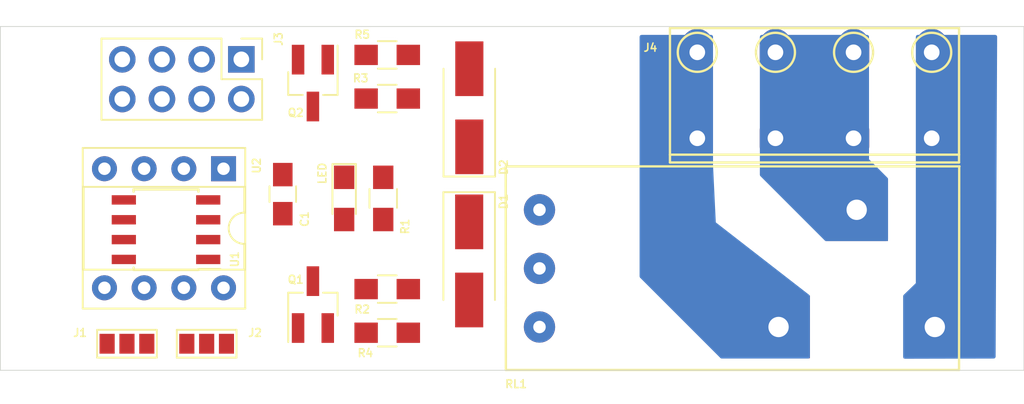
<source format=kicad_pcb>
(kicad_pcb (version 20171130) (host pcbnew "(5.1.9)-1")

  (general
    (thickness 1.6)
    (drawings 7)
    (tracks 0)
    (zones 0)
    (modules 18)
    (nets 21)
  )

  (page A4)
  (layers
    (0 F.Cu signal)
    (31 B.Cu signal)
    (32 B.Adhes user)
    (33 F.Adhes user)
    (34 B.Paste user)
    (35 F.Paste user)
    (36 B.SilkS user)
    (37 F.SilkS user)
    (38 B.Mask user hide)
    (39 F.Mask user hide)
    (40 Dwgs.User user)
    (41 Cmts.User user)
    (42 Eco1.User user)
    (43 Eco2.User user)
    (44 Edge.Cuts user)
    (45 Margin user)
    (46 B.CrtYd user)
    (47 F.CrtYd user)
    (48 B.Fab user)
    (49 F.Fab user)
  )

  (setup
    (last_trace_width 0.25)
    (trace_clearance 0.2)
    (zone_clearance 0.508)
    (zone_45_only no)
    (trace_min 0.2)
    (via_size 0.8)
    (via_drill 0.4)
    (via_min_size 0.4)
    (via_min_drill 0.3)
    (uvia_size 0.3)
    (uvia_drill 0.1)
    (uvias_allowed no)
    (uvia_min_size 0.2)
    (uvia_min_drill 0.1)
    (edge_width 0.05)
    (segment_width 0.2)
    (pcb_text_width 0.3)
    (pcb_text_size 1.5 1.5)
    (mod_edge_width 0.12)
    (mod_text_size 1 1)
    (mod_text_width 0.15)
    (pad_size 1.524 1.524)
    (pad_drill 0.762)
    (pad_to_mask_clearance 0)
    (aux_axis_origin 0 0)
    (visible_elements 7FFFFFFF)
    (pcbplotparams
      (layerselection 0x010fc_ffffffff)
      (usegerberextensions false)
      (usegerberattributes true)
      (usegerberadvancedattributes true)
      (creategerberjobfile true)
      (excludeedgelayer true)
      (linewidth 0.100000)
      (plotframeref false)
      (viasonmask false)
      (mode 1)
      (useauxorigin false)
      (hpglpennumber 1)
      (hpglpenspeed 20)
      (hpglpendiameter 15.000000)
      (psnegative false)
      (psa4output false)
      (plotreference true)
      (plotvalue true)
      (plotinvisibletext false)
      (padsonsilk false)
      (subtractmaskfromsilk false)
      (outputformat 1)
      (mirror false)
      (drillshape 0)
      (scaleselection 1)
      (outputdirectory "Gerber/"))
  )

  (net 0 "")
  (net 1 +3V3)
  (net 2 GND)
  (net 3 +12V)
  (net 4 /R_L1)
  (net 5 /R_L2)
  (net 6 /L1/SDA)
  (net 7 "Net-(J1-Pad2)")
  (net 8 /L1)
  (net 9 /L2/SCL)
  (net 10 "Net-(J2-Pad2)")
  (net 11 /L2)
  (net 12 /#RESET)
  (net 13 "Net-(J3-Pad4)")
  (net 14 /R_NC)
  (net 15 /R_COM)
  (net 16 /R_NO)
  (net 17 "Net-(LED1-Pad1)")
  (net 18 "Net-(Q1-Pad1)")
  (net 19 "Net-(Q2-Pad1)")
  (net 20 /LED_PWM)

  (net_class Default "This is the default net class."
    (clearance 0.2)
    (trace_width 0.25)
    (via_dia 0.8)
    (via_drill 0.4)
    (uvia_dia 0.3)
    (uvia_drill 0.1)
    (add_net +12V)
    (add_net +3V3)
    (add_net /#RESET)
    (add_net /L1)
    (add_net /L1/SDA)
    (add_net /L2)
    (add_net /L2/SCL)
    (add_net /LED_PWM)
    (add_net /R_COM)
    (add_net /R_L1)
    (add_net /R_L2)
    (add_net /R_NC)
    (add_net /R_NO)
    (add_net GND)
    (add_net "Net-(J1-Pad2)")
    (add_net "Net-(J2-Pad2)")
    (add_net "Net-(J3-Pad4)")
    (add_net "Net-(LED1-Pad1)")
    (add_net "Net-(Q1-Pad1)")
    (add_net "Net-(Q2-Pad1)")
  )

  (module 000-local-footprint:HFE20-1_DPST_Double_Coil_Bistable (layer F.Cu) (tedit 6006A1B8) (tstamp 5FF9DC8E)
    (at 84.5 65.478)
    (path /58F2BEAA)
    (fp_text reference RL1 (at -1.5 7.4 180) (layer F.SilkS)
      (effects (font (size 0.5 0.5) (thickness 0.1)))
    )
    (fp_text value HFE20-1-x-1Z-L2 (at 9.5 7.85 180) (layer F.Fab)
      (effects (font (size 1 1) (thickness 0.15)))
    )
    (fp_line (start -2.15 6.5) (end -2.16 -6.51) (layer F.SilkS) (width 0.15))
    (fp_line (start -2.15 6.5) (end 26.85 6.5) (layer F.SilkS) (width 0.15))
    (fp_line (start 26.86 -6.52) (end 26.85 6.5) (layer F.SilkS) (width 0.15))
    (fp_line (start -2.15 -6.53) (end 26.88 -6.53) (layer F.SilkS) (width 0.15))
    (pad 3 thru_hole rect (at 20.3 -3.75) (size 4 4) (drill 1.3) (layers *.Cu *.Mask)
      (net 15 /R_COM))
    (pad 4 thru_hole rect (at 25.3 3.75) (size 4 4) (drill 1.3) (layers *.Cu *.Mask)
      (net 16 /R_NO))
    (pad 2 thru_hole circle (at 0 -3.75) (size 2 2) (drill 0.8) (layers *.Cu *.Mask)
      (net 5 /R_L2))
    (pad 5 thru_hole circle (at 0 0) (size 2 2) (drill 0.8) (layers *.Cu *.Mask)
      (net 3 +12V))
    (pad 1 thru_hole circle (at 0 3.75) (size 2 2) (drill 0.8) (layers *.Cu *.Mask)
      (net 4 /R_L1))
    (pad 6 thru_hole rect (at 15.3 3.75) (size 4 4) (drill 1.3) (layers *.Cu *.Mask)
      (net 14 /R_NC))
  )

  (module 000-local-footprint:SR21504VBNC (layer F.Cu) (tedit 58F3F080) (tstamp 6006D0B8)
    (at 109.6 57.15 180)
    (path /58F2855C)
    (fp_text reference J4 (at 18 5.8) (layer F.SilkS)
      (effects (font (size 0.5 0.5) (thickness 0.1)))
    )
    (fp_text value CONN_01X04 (at 3.5 8) (layer F.Fab)
      (effects (font (size 1 1) (thickness 0.15)))
    )
    (fp_circle (center 15 5.5) (end 15 6.75) (layer F.SilkS) (width 0.15))
    (fp_circle (center 10 5.5) (end 10 6.75) (layer F.SilkS) (width 0.15))
    (fp_circle (center 5 5.5) (end 5 6.75) (layer F.SilkS) (width 0.15))
    (fp_circle (center 0 5.5) (end 0 6.75) (layer F.SilkS) (width 0.15))
    (fp_line (start -1.75 -1.05) (end 16.75 -1.05) (layer F.SilkS) (width 0.15))
    (fp_line (start 16.75 -1.55) (end 16.75 7.05) (layer F.SilkS) (width 0.15))
    (fp_line (start -1.75 -1.55) (end -1.75 7.05) (layer F.SilkS) (width 0.15))
    (fp_line (start -1.75 -1.55) (end 16.75 -1.55) (layer F.SilkS) (width 0.15))
    (fp_line (start -1.75 7.05) (end 16.75 7.05) (layer F.SilkS) (width 0.15))
    (pad 4 thru_hole oval (at 15 0 180) (size 2 3) (drill 1) (layers *.Cu *.Mask)
      (net 14 /R_NC))
    (pad 3 thru_hole oval (at 10 0 180) (size 2 3) (drill 1) (layers *.Cu *.Mask)
      (net 15 /R_COM))
    (pad 2 thru_hole oval (at 5 0 180) (size 2 3) (drill 1) (layers *.Cu *.Mask)
      (net 15 /R_COM))
    (pad 1 thru_hole oval (at 0 5.5 180) (size 2 3) (drill 1) (layers *.Cu *.Mask)
      (net 16 /R_NO))
    (pad 1 thru_hole oval (at 0 0 180) (size 2 3) (drill 1) (layers *.Cu *.Mask)
      (net 16 /R_NO))
    (pad 2 thru_hole oval (at 5 5.5 180) (size 2 3) (drill 1) (layers *.Cu *.Mask)
      (net 15 /R_COM))
    (pad 3 thru_hole oval (at 10 5.5 180) (size 2 3) (drill 1) (layers *.Cu *.Mask)
      (net 15 /R_COM))
    (pad 4 thru_hole oval (at 15 5.5 180) (size 2 3) (drill 1) (layers *.Cu *.Mask)
      (net 14 /R_NC))
  )

  (module TO_SOT_Packages_SMD:SOT-23_Handsoldering (layer F.Cu) (tedit 58CE4E7E) (tstamp 6006BAAD)
    (at 70 67.794 90)
    (descr "SOT-23, Handsoldering")
    (tags SOT-23)
    (path /58F129E1)
    (attr smd)
    (fp_text reference Q1 (at 1.6 -1.1 180) (layer F.SilkS)
      (effects (font (size 0.5 0.5) (thickness 0.1)))
    )
    (fp_text value BC817-40 (at 0 2.5 90) (layer F.Fab)
      (effects (font (size 1 1) (thickness 0.15)))
    )
    (fp_line (start 0.76 1.58) (end -0.7 1.58) (layer F.SilkS) (width 0.12))
    (fp_line (start -0.7 1.52) (end 0.7 1.52) (layer F.Fab) (width 0.1))
    (fp_line (start 0.7 -1.52) (end 0.7 1.52) (layer F.Fab) (width 0.1))
    (fp_line (start -0.7 -0.95) (end -0.15 -1.52) (layer F.Fab) (width 0.1))
    (fp_line (start -0.15 -1.52) (end 0.7 -1.52) (layer F.Fab) (width 0.1))
    (fp_line (start -0.7 -0.95) (end -0.7 1.5) (layer F.Fab) (width 0.1))
    (fp_line (start 0.76 -1.58) (end -2.4 -1.58) (layer F.SilkS) (width 0.12))
    (fp_line (start -2.7 1.75) (end -2.7 -1.75) (layer F.CrtYd) (width 0.05))
    (fp_line (start 2.7 1.75) (end -2.7 1.75) (layer F.CrtYd) (width 0.05))
    (fp_line (start 2.7 -1.75) (end 2.7 1.75) (layer F.CrtYd) (width 0.05))
    (fp_line (start -2.7 -1.75) (end 2.7 -1.75) (layer F.CrtYd) (width 0.05))
    (fp_line (start 0.76 -1.58) (end 0.76 -0.65) (layer F.SilkS) (width 0.12))
    (fp_line (start 0.76 1.58) (end 0.76 0.65) (layer F.SilkS) (width 0.12))
    (fp_text user %R (at 0 0) (layer F.Fab)
      (effects (font (size 0.5 0.5) (thickness 0.075)))
    )
    (pad 1 smd rect (at -1.5 -0.95 90) (size 1.9 0.8) (layers F.Cu F.Paste F.Mask)
      (net 18 "Net-(Q1-Pad1)"))
    (pad 2 smd rect (at -1.5 0.95 90) (size 1.9 0.8) (layers F.Cu F.Paste F.Mask)
      (net 2 GND))
    (pad 3 smd rect (at 1.5 0 90) (size 1.9 0.8) (layers F.Cu F.Paste F.Mask)
      (net 4 /R_L1))
    (model ${KISYS3DMOD}/TO_SOT_Packages_SMD.3dshapes\SOT-23.wrl
      (at (xyz 0 0 0))
      (scale (xyz 1 1 1))
      (rotate (xyz 0 0 0))
    )
  )

  (module Capacitors_SMD:C_0805_HandSoldering (layer F.Cu) (tedit 58AA84A8) (tstamp 5FF7BE70)
    (at 68.072 60.726 90)
    (descr "Capacitor SMD 0805, hand soldering")
    (tags "capacitor 0805")
    (path /58F163C9)
    (attr smd)
    (fp_text reference C1 (at -1.6 1.4 90) (layer F.SilkS)
      (effects (font (size 0.5 0.5) (thickness 0.1)))
    )
    (fp_text value 1uF (at 0 1.75 90) (layer F.Fab)
      (effects (font (size 1 1) (thickness 0.15)))
    )
    (fp_line (start 2.25 0.87) (end -2.25 0.87) (layer F.CrtYd) (width 0.05))
    (fp_line (start 2.25 0.87) (end 2.25 -0.88) (layer F.CrtYd) (width 0.05))
    (fp_line (start -2.25 -0.88) (end -2.25 0.87) (layer F.CrtYd) (width 0.05))
    (fp_line (start -2.25 -0.88) (end 2.25 -0.88) (layer F.CrtYd) (width 0.05))
    (fp_line (start -0.5 0.85) (end 0.5 0.85) (layer F.SilkS) (width 0.12))
    (fp_line (start 0.5 -0.85) (end -0.5 -0.85) (layer F.SilkS) (width 0.12))
    (fp_line (start -1 -0.62) (end 1 -0.62) (layer F.Fab) (width 0.1))
    (fp_line (start 1 -0.62) (end 1 0.62) (layer F.Fab) (width 0.1))
    (fp_line (start 1 0.62) (end -1 0.62) (layer F.Fab) (width 0.1))
    (fp_line (start -1 0.62) (end -1 -0.62) (layer F.Fab) (width 0.1))
    (fp_text user %R (at 0 -1.75 90) (layer F.Fab)
      (effects (font (size 1 1) (thickness 0.15)))
    )
    (pad 1 smd rect (at -1.25 0 90) (size 1.5 1.25) (layers F.Cu F.Paste F.Mask)
      (net 1 +3V3))
    (pad 2 smd rect (at 1.25 0 90) (size 1.5 1.25) (layers F.Cu F.Paste F.Mask)
      (net 2 GND))
    (model Capacitors_SMD.3dshapes/C_0805.wrl
      (at (xyz 0 0 0))
      (scale (xyz 1 1 1))
      (rotate (xyz 0 0 0))
    )
  )

  (module Housings_DIP:DIP-8_W7.62mm_Socket (layer F.Cu) (tedit 59C78D6B) (tstamp 5FF9E9FA)
    (at 64.28 59.1 270)
    (descr "8-lead though-hole mounted DIP package, row spacing 7.62 mm (300 mils), Socket")
    (tags "THT DIP DIL PDIP 2.54mm 7.62mm 300mil Socket")
    (path /58F1285B)
    (fp_text reference U2 (at -0.2 -2.12 90) (layer F.SilkS)
      (effects (font (size 0.5 0.5) (thickness 0.1)))
    )
    (fp_text value ATTINY85-20PU (at 3.81 9.95 90) (layer F.Fab)
      (effects (font (size 1 1) (thickness 0.15)))
    )
    (fp_line (start 9.15 -1.6) (end -1.55 -1.6) (layer F.CrtYd) (width 0.05))
    (fp_line (start 9.15 9.2) (end 9.15 -1.6) (layer F.CrtYd) (width 0.05))
    (fp_line (start -1.55 9.2) (end 9.15 9.2) (layer F.CrtYd) (width 0.05))
    (fp_line (start -1.55 -1.6) (end -1.55 9.2) (layer F.CrtYd) (width 0.05))
    (fp_line (start 8.95 -1.39) (end -1.33 -1.39) (layer F.SilkS) (width 0.12))
    (fp_line (start 8.95 9.01) (end 8.95 -1.39) (layer F.SilkS) (width 0.12))
    (fp_line (start -1.33 9.01) (end 8.95 9.01) (layer F.SilkS) (width 0.12))
    (fp_line (start -1.33 -1.39) (end -1.33 9.01) (layer F.SilkS) (width 0.12))
    (fp_line (start 6.46 -1.33) (end 4.81 -1.33) (layer F.SilkS) (width 0.12))
    (fp_line (start 6.46 8.95) (end 6.46 -1.33) (layer F.SilkS) (width 0.12))
    (fp_line (start 1.16 8.95) (end 6.46 8.95) (layer F.SilkS) (width 0.12))
    (fp_line (start 1.16 -1.33) (end 1.16 8.95) (layer F.SilkS) (width 0.12))
    (fp_line (start 2.81 -1.33) (end 1.16 -1.33) (layer F.SilkS) (width 0.12))
    (fp_line (start 8.89 -1.33) (end -1.27 -1.33) (layer F.Fab) (width 0.1))
    (fp_line (start 8.89 8.95) (end 8.89 -1.33) (layer F.Fab) (width 0.1))
    (fp_line (start -1.27 8.95) (end 8.89 8.95) (layer F.Fab) (width 0.1))
    (fp_line (start -1.27 -1.33) (end -1.27 8.95) (layer F.Fab) (width 0.1))
    (fp_line (start 0.635 -0.27) (end 1.635 -1.27) (layer F.Fab) (width 0.1))
    (fp_line (start 0.635 8.89) (end 0.635 -0.27) (layer F.Fab) (width 0.1))
    (fp_line (start 6.985 8.89) (end 0.635 8.89) (layer F.Fab) (width 0.1))
    (fp_line (start 6.985 -1.27) (end 6.985 8.89) (layer F.Fab) (width 0.1))
    (fp_line (start 1.635 -1.27) (end 6.985 -1.27) (layer F.Fab) (width 0.1))
    (fp_arc (start 3.81 -1.33) (end 2.81 -1.33) (angle -180) (layer F.SilkS) (width 0.12))
    (fp_text user %R (at 3.81 3.81 90) (layer F.Fab)
      (effects (font (size 1 1) (thickness 0.15)))
    )
    (pad 1 thru_hole rect (at 0 0 270) (size 1.6 1.6) (drill 0.8) (layers *.Cu *.Mask)
      (net 12 /#RESET))
    (pad 5 thru_hole oval (at 7.62 7.62 270) (size 1.6 1.6) (drill 0.8) (layers *.Cu *.Mask)
      (net 6 /L1/SDA))
    (pad 2 thru_hole oval (at 0 2.54 270) (size 1.6 1.6) (drill 0.8) (layers *.Cu *.Mask)
      (net 8 /L1))
    (pad 6 thru_hole oval (at 7.62 5.08 270) (size 1.6 1.6) (drill 0.8) (layers *.Cu *.Mask)
      (net 11 /L2))
    (pad 3 thru_hole oval (at 0 5.08 270) (size 1.6 1.6) (drill 0.8) (layers *.Cu *.Mask)
      (net 20 /LED_PWM))
    (pad 7 thru_hole oval (at 7.62 2.54 270) (size 1.6 1.6) (drill 0.8) (layers *.Cu *.Mask)
      (net 9 /L2/SCL))
    (pad 4 thru_hole oval (at 0 7.62 270) (size 1.6 1.6) (drill 0.8) (layers *.Cu *.Mask)
      (net 2 GND))
    (pad 8 thru_hole oval (at 7.62 0 270) (size 1.6 1.6) (drill 0.8) (layers *.Cu *.Mask)
      (net 1 +3V3))
    (model ${KISYS3DMOD}/Housings_DIP.3dshapes/DIP-8_W7.62mm_Socket.wrl
      (at (xyz 0 0 0))
      (scale (xyz 1 1 1))
      (rotate (xyz 0 0 0))
    )
  )

  (module Housings_SOIC:SOIC-8_3.9x4.9mm_Pitch1.27mm (layer F.Cu) (tedit 58CD0CDA) (tstamp 5FF7BEBD)
    (at 60.6 63 180)
    (descr "8-Lead Plastic Small Outline (SN) - Narrow, 3.90 mm Body [SOIC] (see Microchip Packaging Specification 00000049BS.pdf)")
    (tags "SOIC 1.27")
    (path /58F127CC)
    (attr smd)
    (fp_text reference U1 (at -4.4 -1.9 90) (layer F.SilkS)
      (effects (font (size 0.5 0.5) (thickness 0.1)))
    )
    (fp_text value ATTINY85-20SU (at 0 3.5) (layer F.Fab)
      (effects (font (size 1 1) (thickness 0.15)))
    )
    (fp_line (start -2.075 -2.525) (end -3.475 -2.525) (layer F.SilkS) (width 0.15))
    (fp_line (start -2.075 2.575) (end 2.075 2.575) (layer F.SilkS) (width 0.15))
    (fp_line (start -2.075 -2.575) (end 2.075 -2.575) (layer F.SilkS) (width 0.15))
    (fp_line (start -2.075 2.575) (end -2.075 2.43) (layer F.SilkS) (width 0.15))
    (fp_line (start 2.075 2.575) (end 2.075 2.43) (layer F.SilkS) (width 0.15))
    (fp_line (start 2.075 -2.575) (end 2.075 -2.43) (layer F.SilkS) (width 0.15))
    (fp_line (start -2.075 -2.575) (end -2.075 -2.525) (layer F.SilkS) (width 0.15))
    (fp_line (start -3.73 2.7) (end 3.73 2.7) (layer F.CrtYd) (width 0.05))
    (fp_line (start -3.73 -2.7) (end 3.73 -2.7) (layer F.CrtYd) (width 0.05))
    (fp_line (start 3.73 -2.7) (end 3.73 2.7) (layer F.CrtYd) (width 0.05))
    (fp_line (start -3.73 -2.7) (end -3.73 2.7) (layer F.CrtYd) (width 0.05))
    (fp_line (start -1.95 -1.45) (end -0.95 -2.45) (layer F.Fab) (width 0.1))
    (fp_line (start -1.95 2.45) (end -1.95 -1.45) (layer F.Fab) (width 0.1))
    (fp_line (start 1.95 2.45) (end -1.95 2.45) (layer F.Fab) (width 0.1))
    (fp_line (start 1.95 -2.45) (end 1.95 2.45) (layer F.Fab) (width 0.1))
    (fp_line (start -0.95 -2.45) (end 1.95 -2.45) (layer F.Fab) (width 0.1))
    (fp_text user %R (at 0 0) (layer F.Fab)
      (effects (font (size 1 1) (thickness 0.15)))
    )
    (pad 1 smd rect (at -2.7 -1.905 180) (size 1.55 0.6) (layers F.Cu F.Paste F.Mask)
      (net 12 /#RESET))
    (pad 2 smd rect (at -2.7 -0.635 180) (size 1.55 0.6) (layers F.Cu F.Paste F.Mask)
      (net 8 /L1))
    (pad 3 smd rect (at -2.7 0.635 180) (size 1.55 0.6) (layers F.Cu F.Paste F.Mask)
      (net 20 /LED_PWM))
    (pad 4 smd rect (at -2.7 1.905 180) (size 1.55 0.6) (layers F.Cu F.Paste F.Mask)
      (net 2 GND))
    (pad 5 smd rect (at 2.7 1.905 180) (size 1.55 0.6) (layers F.Cu F.Paste F.Mask)
      (net 6 /L1/SDA))
    (pad 6 smd rect (at 2.7 0.635 180) (size 1.55 0.6) (layers F.Cu F.Paste F.Mask)
      (net 11 /L2))
    (pad 7 smd rect (at 2.7 -0.635 180) (size 1.55 0.6) (layers F.Cu F.Paste F.Mask)
      (net 9 /L2/SCL))
    (pad 8 smd rect (at 2.7 -1.905 180) (size 1.55 0.6) (layers F.Cu F.Paste F.Mask)
      (net 1 +3V3))
    (model ${KISYS3DMOD}/Housings_SOIC.3dshapes/SOIC-8_3.9x4.9mm_Pitch1.27mm.wrl
      (at (xyz 0 0 0))
      (scale (xyz 1 1 1))
      (rotate (xyz 0 0 0))
    )
  )

  (module Resistors_SMD:R_0805_HandSoldering (layer F.Cu) (tedit 58E0A804) (tstamp 6006B962)
    (at 74.756 51.816 180)
    (descr "Resistor SMD 0805, hand soldering")
    (tags "resistor 0805")
    (path /58F12C69)
    (attr smd)
    (fp_text reference R5 (at 1.6 1.3) (layer F.SilkS)
      (effects (font (size 0.5 0.5) (thickness 0.1)))
    )
    (fp_text value 100k (at 0 1.75) (layer F.Fab)
      (effects (font (size 1 1) (thickness 0.15)))
    )
    (fp_line (start 2.35 0.9) (end -2.35 0.9) (layer F.CrtYd) (width 0.05))
    (fp_line (start 2.35 0.9) (end 2.35 -0.9) (layer F.CrtYd) (width 0.05))
    (fp_line (start -2.35 -0.9) (end -2.35 0.9) (layer F.CrtYd) (width 0.05))
    (fp_line (start -2.35 -0.9) (end 2.35 -0.9) (layer F.CrtYd) (width 0.05))
    (fp_line (start -0.6 -0.88) (end 0.6 -0.88) (layer F.SilkS) (width 0.12))
    (fp_line (start 0.6 0.88) (end -0.6 0.88) (layer F.SilkS) (width 0.12))
    (fp_line (start -1 -0.62) (end 1 -0.62) (layer F.Fab) (width 0.1))
    (fp_line (start 1 -0.62) (end 1 0.62) (layer F.Fab) (width 0.1))
    (fp_line (start 1 0.62) (end -1 0.62) (layer F.Fab) (width 0.1))
    (fp_line (start -1 0.62) (end -1 -0.62) (layer F.Fab) (width 0.1))
    (fp_text user %R (at 0 0) (layer F.Fab)
      (effects (font (size 0.5 0.5) (thickness 0.075)))
    )
    (pad 1 smd rect (at -1.35 0 180) (size 1.5 1.3) (layers F.Cu F.Paste F.Mask)
      (net 19 "Net-(Q2-Pad1)"))
    (pad 2 smd rect (at 1.35 0 180) (size 1.5 1.3) (layers F.Cu F.Paste F.Mask)
      (net 2 GND))
    (model ${KISYS3DMOD}/Resistors_SMD.3dshapes/R_0805.wrl
      (at (xyz 0 0 0))
      (scale (xyz 1 1 1))
      (rotate (xyz 0 0 0))
    )
  )

  (module Resistors_SMD:R_0805_HandSoldering (layer F.Cu) (tedit 58E0A804) (tstamp 6006BB15)
    (at 74.756 69.596 180)
    (descr "Resistor SMD 0805, hand soldering")
    (tags "resistor 0805")
    (path /58F12DC4)
    (attr smd)
    (fp_text reference R4 (at 1.4 -1.3) (layer F.SilkS)
      (effects (font (size 0.5 0.5) (thickness 0.1)))
    )
    (fp_text value 100k (at 0 1.75) (layer F.Fab)
      (effects (font (size 1 1) (thickness 0.15)))
    )
    (fp_line (start 2.35 0.9) (end -2.35 0.9) (layer F.CrtYd) (width 0.05))
    (fp_line (start 2.35 0.9) (end 2.35 -0.9) (layer F.CrtYd) (width 0.05))
    (fp_line (start -2.35 -0.9) (end -2.35 0.9) (layer F.CrtYd) (width 0.05))
    (fp_line (start -2.35 -0.9) (end 2.35 -0.9) (layer F.CrtYd) (width 0.05))
    (fp_line (start -0.6 -0.88) (end 0.6 -0.88) (layer F.SilkS) (width 0.12))
    (fp_line (start 0.6 0.88) (end -0.6 0.88) (layer F.SilkS) (width 0.12))
    (fp_line (start -1 -0.62) (end 1 -0.62) (layer F.Fab) (width 0.1))
    (fp_line (start 1 -0.62) (end 1 0.62) (layer F.Fab) (width 0.1))
    (fp_line (start 1 0.62) (end -1 0.62) (layer F.Fab) (width 0.1))
    (fp_line (start -1 0.62) (end -1 -0.62) (layer F.Fab) (width 0.1))
    (fp_text user %R (at 0 0) (layer F.Fab)
      (effects (font (size 0.5 0.5) (thickness 0.075)))
    )
    (pad 1 smd rect (at -1.35 0 180) (size 1.5 1.3) (layers F.Cu F.Paste F.Mask)
      (net 18 "Net-(Q1-Pad1)"))
    (pad 2 smd rect (at 1.35 0 180) (size 1.5 1.3) (layers F.Cu F.Paste F.Mask)
      (net 2 GND))
    (model ${KISYS3DMOD}/Resistors_SMD.3dshapes/R_0805.wrl
      (at (xyz 0 0 0))
      (scale (xyz 1 1 1))
      (rotate (xyz 0 0 0))
    )
  )

  (module Resistors_SMD:R_0805_HandSoldering (layer F.Cu) (tedit 58E0A804) (tstamp 6006BBBA)
    (at 74.756 54.61 180)
    (descr "Resistor SMD 0805, hand soldering")
    (tags "resistor 0805")
    (path /58F12D1F)
    (attr smd)
    (fp_text reference R3 (at 1.7 1.3) (layer F.SilkS)
      (effects (font (size 0.5 0.5) (thickness 0.1)))
    )
    (fp_text value 3k3 (at 0 1.75) (layer F.Fab)
      (effects (font (size 1 1) (thickness 0.15)))
    )
    (fp_line (start 2.35 0.9) (end -2.35 0.9) (layer F.CrtYd) (width 0.05))
    (fp_line (start 2.35 0.9) (end 2.35 -0.9) (layer F.CrtYd) (width 0.05))
    (fp_line (start -2.35 -0.9) (end -2.35 0.9) (layer F.CrtYd) (width 0.05))
    (fp_line (start -2.35 -0.9) (end 2.35 -0.9) (layer F.CrtYd) (width 0.05))
    (fp_line (start -0.6 -0.88) (end 0.6 -0.88) (layer F.SilkS) (width 0.12))
    (fp_line (start 0.6 0.88) (end -0.6 0.88) (layer F.SilkS) (width 0.12))
    (fp_line (start -1 -0.62) (end 1 -0.62) (layer F.Fab) (width 0.1))
    (fp_line (start 1 -0.62) (end 1 0.62) (layer F.Fab) (width 0.1))
    (fp_line (start 1 0.62) (end -1 0.62) (layer F.Fab) (width 0.1))
    (fp_line (start -1 0.62) (end -1 -0.62) (layer F.Fab) (width 0.1))
    (fp_text user %R (at 0 0) (layer F.Fab)
      (effects (font (size 0.5 0.5) (thickness 0.075)))
    )
    (pad 1 smd rect (at -1.35 0 180) (size 1.5 1.3) (layers F.Cu F.Paste F.Mask)
      (net 19 "Net-(Q2-Pad1)"))
    (pad 2 smd rect (at 1.35 0 180) (size 1.5 1.3) (layers F.Cu F.Paste F.Mask)
      (net 10 "Net-(J2-Pad2)"))
    (model ${KISYS3DMOD}/Resistors_SMD.3dshapes/R_0805.wrl
      (at (xyz 0 0 0))
      (scale (xyz 1 1 1))
      (rotate (xyz 0 0 0))
    )
  )

  (module Resistors_SMD:R_0805_HandSoldering (layer F.Cu) (tedit 58E0A804) (tstamp 6006BC96)
    (at 74.756 66.802 180)
    (descr "Resistor SMD 0805, hand soldering")
    (tags "resistor 0805")
    (path /58F129A8)
    (attr smd)
    (fp_text reference R2 (at 1.6 -1.3) (layer F.SilkS)
      (effects (font (size 0.5 0.5) (thickness 0.1)))
    )
    (fp_text value 3k3 (at 0 1.75) (layer F.Fab)
      (effects (font (size 1 1) (thickness 0.15)))
    )
    (fp_line (start 2.35 0.9) (end -2.35 0.9) (layer F.CrtYd) (width 0.05))
    (fp_line (start 2.35 0.9) (end 2.35 -0.9) (layer F.CrtYd) (width 0.05))
    (fp_line (start -2.35 -0.9) (end -2.35 0.9) (layer F.CrtYd) (width 0.05))
    (fp_line (start -2.35 -0.9) (end 2.35 -0.9) (layer F.CrtYd) (width 0.05))
    (fp_line (start -0.6 -0.88) (end 0.6 -0.88) (layer F.SilkS) (width 0.12))
    (fp_line (start 0.6 0.88) (end -0.6 0.88) (layer F.SilkS) (width 0.12))
    (fp_line (start -1 -0.62) (end 1 -0.62) (layer F.Fab) (width 0.1))
    (fp_line (start 1 -0.62) (end 1 0.62) (layer F.Fab) (width 0.1))
    (fp_line (start 1 0.62) (end -1 0.62) (layer F.Fab) (width 0.1))
    (fp_line (start -1 0.62) (end -1 -0.62) (layer F.Fab) (width 0.1))
    (fp_text user %R (at 0 0) (layer F.Fab)
      (effects (font (size 0.5 0.5) (thickness 0.075)))
    )
    (pad 1 smd rect (at -1.35 0 180) (size 1.5 1.3) (layers F.Cu F.Paste F.Mask)
      (net 18 "Net-(Q1-Pad1)"))
    (pad 2 smd rect (at 1.35 0 180) (size 1.5 1.3) (layers F.Cu F.Paste F.Mask)
      (net 7 "Net-(J1-Pad2)"))
    (model ${KISYS3DMOD}/Resistors_SMD.3dshapes/R_0805.wrl
      (at (xyz 0 0 0))
      (scale (xyz 1 1 1))
      (rotate (xyz 0 0 0))
    )
  )

  (module Resistors_SMD:R_0805_HandSoldering (layer F.Cu) (tedit 58E0A804) (tstamp 5FF7BEA0)
    (at 74.5 61 270)
    (descr "Resistor SMD 0805, hand soldering")
    (tags "resistor 0805")
    (path /58F12D6F)
    (attr smd)
    (fp_text reference R1 (at 1.8 -1.4 90) (layer F.SilkS)
      (effects (font (size 0.5 0.5) (thickness 0.1)))
    )
    (fp_text value 1k2 (at 0 1.75 90) (layer F.Fab)
      (effects (font (size 1 1) (thickness 0.15)))
    )
    (fp_line (start 2.35 0.9) (end -2.35 0.9) (layer F.CrtYd) (width 0.05))
    (fp_line (start 2.35 0.9) (end 2.35 -0.9) (layer F.CrtYd) (width 0.05))
    (fp_line (start -2.35 -0.9) (end -2.35 0.9) (layer F.CrtYd) (width 0.05))
    (fp_line (start -2.35 -0.9) (end 2.35 -0.9) (layer F.CrtYd) (width 0.05))
    (fp_line (start -0.6 -0.88) (end 0.6 -0.88) (layer F.SilkS) (width 0.12))
    (fp_line (start 0.6 0.88) (end -0.6 0.88) (layer F.SilkS) (width 0.12))
    (fp_line (start -1 -0.62) (end 1 -0.62) (layer F.Fab) (width 0.1))
    (fp_line (start 1 -0.62) (end 1 0.62) (layer F.Fab) (width 0.1))
    (fp_line (start 1 0.62) (end -1 0.62) (layer F.Fab) (width 0.1))
    (fp_line (start -1 0.62) (end -1 -0.62) (layer F.Fab) (width 0.1))
    (fp_text user %R (at 0 0 90) (layer F.Fab)
      (effects (font (size 0.5 0.5) (thickness 0.075)))
    )
    (pad 1 smd rect (at -1.35 0 270) (size 1.5 1.3) (layers F.Cu F.Paste F.Mask)
      (net 17 "Net-(LED1-Pad1)"))
    (pad 2 smd rect (at 1.35 0 270) (size 1.5 1.3) (layers F.Cu F.Paste F.Mask)
      (net 20 /LED_PWM))
    (model ${KISYS3DMOD}/Resistors_SMD.3dshapes/R_0805.wrl
      (at (xyz 0 0 0))
      (scale (xyz 1 1 1))
      (rotate (xyz 0 0 0))
    )
  )

  (module TO_SOT_Packages_SMD:SOT-23_Handsoldering (layer F.Cu) (tedit 58CE4E7E) (tstamp 6006B996)
    (at 70 53.618 270)
    (descr "SOT-23, Handsoldering")
    (tags SOT-23)
    (path /58F12BD9)
    (attr smd)
    (fp_text reference Q2 (at 1.9 1.1 180) (layer F.SilkS)
      (effects (font (size 0.5 0.5) (thickness 0.1)))
    )
    (fp_text value BC817-40 (at 0 2.5 90) (layer F.Fab)
      (effects (font (size 1 1) (thickness 0.15)))
    )
    (fp_line (start 0.76 1.58) (end -0.7 1.58) (layer F.SilkS) (width 0.12))
    (fp_line (start -0.7 1.52) (end 0.7 1.52) (layer F.Fab) (width 0.1))
    (fp_line (start 0.7 -1.52) (end 0.7 1.52) (layer F.Fab) (width 0.1))
    (fp_line (start -0.7 -0.95) (end -0.15 -1.52) (layer F.Fab) (width 0.1))
    (fp_line (start -0.15 -1.52) (end 0.7 -1.52) (layer F.Fab) (width 0.1))
    (fp_line (start -0.7 -0.95) (end -0.7 1.5) (layer F.Fab) (width 0.1))
    (fp_line (start 0.76 -1.58) (end -2.4 -1.58) (layer F.SilkS) (width 0.12))
    (fp_line (start -2.7 1.75) (end -2.7 -1.75) (layer F.CrtYd) (width 0.05))
    (fp_line (start 2.7 1.75) (end -2.7 1.75) (layer F.CrtYd) (width 0.05))
    (fp_line (start 2.7 -1.75) (end 2.7 1.75) (layer F.CrtYd) (width 0.05))
    (fp_line (start -2.7 -1.75) (end 2.7 -1.75) (layer F.CrtYd) (width 0.05))
    (fp_line (start 0.76 -1.58) (end 0.76 -0.65) (layer F.SilkS) (width 0.12))
    (fp_line (start 0.76 1.58) (end 0.76 0.65) (layer F.SilkS) (width 0.12))
    (fp_text user %R (at 0 0) (layer F.Fab)
      (effects (font (size 0.5 0.5) (thickness 0.075)))
    )
    (pad 1 smd rect (at -1.5 -0.95 270) (size 1.9 0.8) (layers F.Cu F.Paste F.Mask)
      (net 19 "Net-(Q2-Pad1)"))
    (pad 2 smd rect (at -1.5 0.95 270) (size 1.9 0.8) (layers F.Cu F.Paste F.Mask)
      (net 2 GND))
    (pad 3 smd rect (at 1.5 0 270) (size 1.9 0.8) (layers F.Cu F.Paste F.Mask)
      (net 5 /R_L2))
    (model ${KISYS3DMOD}/TO_SOT_Packages_SMD.3dshapes\SOT-23.wrl
      (at (xyz 0 0 0))
      (scale (xyz 1 1 1))
      (rotate (xyz 0 0 0))
    )
  )

  (module LEDs:LED_0805_HandSoldering (layer F.Cu) (tedit 595FCA25) (tstamp 5FF7BE97)
    (at 72 61 270)
    (descr "Resistor SMD 0805, hand soldering")
    (tags "resistor 0805")
    (path /58F12E28)
    (attr smd)
    (fp_text reference LED (at -1.6 1.4 270) (layer F.SilkS)
      (effects (font (size 0.5 0.5) (thickness 0.1)))
    )
    (fp_text value RED (at 0 1.75 270) (layer F.Fab)
      (effects (font (size 1 1) (thickness 0.15)))
    )
    (fp_line (start -2.2 -0.75) (end -2.2 0.75) (layer F.SilkS) (width 0.12))
    (fp_line (start 2.35 0.9) (end -2.35 0.9) (layer F.CrtYd) (width 0.05))
    (fp_line (start 2.35 0.9) (end 2.35 -0.9) (layer F.CrtYd) (width 0.05))
    (fp_line (start -2.35 -0.9) (end -2.35 0.9) (layer F.CrtYd) (width 0.05))
    (fp_line (start -2.35 -0.9) (end 2.35 -0.9) (layer F.CrtYd) (width 0.05))
    (fp_line (start -2.2 -0.75) (end 1 -0.75) (layer F.SilkS) (width 0.12))
    (fp_line (start 1 0.75) (end -2.2 0.75) (layer F.SilkS) (width 0.12))
    (fp_line (start -1 -0.62) (end 1 -0.62) (layer F.Fab) (width 0.1))
    (fp_line (start 1 -0.62) (end 1 0.62) (layer F.Fab) (width 0.1))
    (fp_line (start 1 0.62) (end -1 0.62) (layer F.Fab) (width 0.1))
    (fp_line (start -1 0.62) (end -1 -0.62) (layer F.Fab) (width 0.1))
    (fp_line (start 0.2 -0.4) (end 0.2 0.4) (layer F.Fab) (width 0.1))
    (fp_line (start 0.2 0.4) (end -0.4 0) (layer F.Fab) (width 0.1))
    (fp_line (start -0.4 0) (end 0.2 -0.4) (layer F.Fab) (width 0.1))
    (fp_line (start -0.4 -0.4) (end -0.4 0.4) (layer F.Fab) (width 0.1))
    (pad 1 smd rect (at -1.35 0 270) (size 1.5 1.3) (layers F.Cu F.Paste F.Mask)
      (net 17 "Net-(LED1-Pad1)"))
    (pad 2 smd rect (at 1.35 0 270) (size 1.5 1.3) (layers F.Cu F.Paste F.Mask)
      (net 1 +3V3))
    (model ${KISYS3DMOD}/LEDs.3dshapes/LED_0805.wrl
      (at (xyz 0 0 0))
      (scale (xyz 1 1 1))
      (rotate (xyz 0 0 0))
    )
  )

  (module Pin_Headers:Pin_Header_Straight_2x04_Pitch2.54mm (layer F.Cu) (tedit 59650532) (tstamp 5FF7BE7F)
    (at 65.42 52.1 270)
    (descr "Through hole straight pin header, 2x04, 2.54mm pitch, double rows")
    (tags "Through hole pin header THT 2x04 2.54mm double row")
    (path /58F12929)
    (fp_text reference J3 (at -1.3 -2.38 90) (layer F.SilkS)
      (effects (font (size 0.5 0.5) (thickness 0.1)))
    )
    (fp_text value CONN_02X04 (at 1.27 9.95 90) (layer F.Fab)
      (effects (font (size 1 1) (thickness 0.15)))
    )
    (fp_line (start 4.35 -1.8) (end -1.8 -1.8) (layer F.CrtYd) (width 0.05))
    (fp_line (start 4.35 9.4) (end 4.35 -1.8) (layer F.CrtYd) (width 0.05))
    (fp_line (start -1.8 9.4) (end 4.35 9.4) (layer F.CrtYd) (width 0.05))
    (fp_line (start -1.8 -1.8) (end -1.8 9.4) (layer F.CrtYd) (width 0.05))
    (fp_line (start -1.33 -1.33) (end 0 -1.33) (layer F.SilkS) (width 0.12))
    (fp_line (start -1.33 0) (end -1.33 -1.33) (layer F.SilkS) (width 0.12))
    (fp_line (start 1.27 -1.33) (end 3.87 -1.33) (layer F.SilkS) (width 0.12))
    (fp_line (start 1.27 1.27) (end 1.27 -1.33) (layer F.SilkS) (width 0.12))
    (fp_line (start -1.33 1.27) (end 1.27 1.27) (layer F.SilkS) (width 0.12))
    (fp_line (start 3.87 -1.33) (end 3.87 8.95) (layer F.SilkS) (width 0.12))
    (fp_line (start -1.33 1.27) (end -1.33 8.95) (layer F.SilkS) (width 0.12))
    (fp_line (start -1.33 8.95) (end 3.87 8.95) (layer F.SilkS) (width 0.12))
    (fp_line (start -1.27 0) (end 0 -1.27) (layer F.Fab) (width 0.1))
    (fp_line (start -1.27 8.89) (end -1.27 0) (layer F.Fab) (width 0.1))
    (fp_line (start 3.81 8.89) (end -1.27 8.89) (layer F.Fab) (width 0.1))
    (fp_line (start 3.81 -1.27) (end 3.81 8.89) (layer F.Fab) (width 0.1))
    (fp_line (start 0 -1.27) (end 3.81 -1.27) (layer F.Fab) (width 0.1))
    (fp_text user %R (at 1.27 3.81 180) (layer F.Fab)
      (effects (font (size 1 1) (thickness 0.15)))
    )
    (pad 1 thru_hole rect (at 0 0 270) (size 1.7 1.7) (drill 1) (layers *.Cu *.Mask)
      (net 1 +3V3))
    (pad 2 thru_hole oval (at 2.54 0 270) (size 1.7 1.7) (drill 1) (layers *.Cu *.Mask)
      (net 3 +12V))
    (pad 3 thru_hole oval (at 0 2.54 270) (size 1.7 1.7) (drill 1) (layers *.Cu *.Mask)
      (net 12 /#RESET))
    (pad 4 thru_hole oval (at 2.54 2.54 270) (size 1.7 1.7) (drill 1) (layers *.Cu *.Mask)
      (net 13 "Net-(J3-Pad4)"))
    (pad 5 thru_hole oval (at 0 5.08 270) (size 1.7 1.7) (drill 1) (layers *.Cu *.Mask)
      (net 6 /L1/SDA))
    (pad 6 thru_hole oval (at 2.54 5.08 270) (size 1.7 1.7) (drill 1) (layers *.Cu *.Mask)
      (net 9 /L2/SCL))
    (pad 7 thru_hole oval (at 0 7.62 270) (size 1.7 1.7) (drill 1) (layers *.Cu *.Mask)
      (net 2 GND))
    (pad 8 thru_hole oval (at 2.54 7.62 270) (size 1.7 1.7) (drill 1) (layers *.Cu *.Mask)
      (net 2 GND))
    (model ${KISYS3DMOD}/Pin_Headers.3dshapes/Pin_Header_Straight_2x04_Pitch2.54mm.wrl
      (at (xyz 0 0 0))
      (scale (xyz 1 1 1))
      (rotate (xyz 0 0 0))
    )
  )

  (module Connectors:GS3 (layer F.Cu) (tedit 58613494) (tstamp 5FF7BE7C)
    (at 63.2 70.3 90)
    (descr "3-pin solder bridge")
    (tags "solder bridge")
    (path /58F12F51)
    (attr smd)
    (fp_text reference J2 (at 0.7 3.1) (layer F.SilkS)
      (effects (font (size 0.5 0.5) (thickness 0.1)))
    )
    (fp_text value GS3 (at 1.8 0) (layer F.Fab)
      (effects (font (size 1 1) (thickness 0.15)))
    )
    (fp_line (start -0.89 -1.91) (end 0.89 -1.91) (layer F.SilkS) (width 0.12))
    (fp_line (start 0.89 1.91) (end 0.89 -1.91) (layer F.SilkS) (width 0.12))
    (fp_line (start -0.89 1.91) (end 0.89 1.91) (layer F.SilkS) (width 0.12))
    (fp_line (start -0.89 -1.91) (end -0.89 1.91) (layer F.SilkS) (width 0.12))
    (fp_line (start -1.15 2.15) (end -1.15 -2.15) (layer F.CrtYd) (width 0.05))
    (fp_line (start 1.15 2.15) (end -1.15 2.15) (layer F.CrtYd) (width 0.05))
    (fp_line (start 1.15 -2.15) (end 1.15 2.15) (layer F.CrtYd) (width 0.05))
    (fp_line (start -1.15 -2.15) (end 1.15 -2.15) (layer F.CrtYd) (width 0.05))
    (pad 1 smd rect (at 0 -1.27 90) (size 1.27 0.97) (layers F.Cu F.Paste F.Mask)
      (net 9 /L2/SCL))
    (pad 2 smd rect (at 0 0 90) (size 1.27 0.97) (layers F.Cu F.Paste F.Mask)
      (net 10 "Net-(J2-Pad2)"))
    (pad 3 smd rect (at 0 1.27 90) (size 1.27 0.97) (layers F.Cu F.Paste F.Mask)
      (net 11 /L2))
  )

  (module Connectors:GS3 (layer F.Cu) (tedit 58613494) (tstamp 5FF7BE79)
    (at 58.1 70.3 90)
    (descr "3-pin solder bridge")
    (tags "solder bridge")
    (path /58F12F00)
    (attr smd)
    (fp_text reference J1 (at 0.7 -3) (layer F.SilkS)
      (effects (font (size 0.5 0.5) (thickness 0.1)))
    )
    (fp_text value GS3 (at 1.8 0) (layer F.Fab)
      (effects (font (size 1 1) (thickness 0.15)))
    )
    (fp_line (start -0.89 -1.91) (end 0.89 -1.91) (layer F.SilkS) (width 0.12))
    (fp_line (start 0.89 1.91) (end 0.89 -1.91) (layer F.SilkS) (width 0.12))
    (fp_line (start -0.89 1.91) (end 0.89 1.91) (layer F.SilkS) (width 0.12))
    (fp_line (start -0.89 -1.91) (end -0.89 1.91) (layer F.SilkS) (width 0.12))
    (fp_line (start -1.15 2.15) (end -1.15 -2.15) (layer F.CrtYd) (width 0.05))
    (fp_line (start 1.15 2.15) (end -1.15 2.15) (layer F.CrtYd) (width 0.05))
    (fp_line (start 1.15 -2.15) (end 1.15 2.15) (layer F.CrtYd) (width 0.05))
    (fp_line (start -1.15 -2.15) (end 1.15 -2.15) (layer F.CrtYd) (width 0.05))
    (pad 1 smd rect (at 0 -1.27 90) (size 1.27 0.97) (layers F.Cu F.Paste F.Mask)
      (net 6 /L1/SDA))
    (pad 2 smd rect (at 0 0 90) (size 1.27 0.97) (layers F.Cu F.Paste F.Mask)
      (net 7 "Net-(J1-Pad2)"))
    (pad 3 smd rect (at 0 1.27 90) (size 1.27 0.97) (layers F.Cu F.Paste F.Mask)
      (net 8 /L1))
  )

  (module Diodes_SMD:D_SMA_Handsoldering (layer F.Cu) (tedit 58643398) (tstamp 6006B8F4)
    (at 80.01 55.2 90)
    (descr "Diode SMA (DO-214AC) Handsoldering")
    (tags "Diode SMA (DO-214AC) Handsoldering")
    (path /5FF7784E)
    (attr smd)
    (fp_text reference D2 (at -3.8 2.2 270) (layer F.SilkS)
      (effects (font (size 0.5 0.5) (thickness 0.1)))
    )
    (fp_text value 1N4007 (at 0 2.6 270) (layer F.Fab)
      (effects (font (size 1 1) (thickness 0.15)))
    )
    (fp_line (start -4.4 -1.65) (end 2.5 -1.65) (layer F.SilkS) (width 0.12))
    (fp_line (start -4.4 1.65) (end 2.5 1.65) (layer F.SilkS) (width 0.12))
    (fp_line (start -0.64944 0.00102) (end 0.50118 -0.79908) (layer F.Fab) (width 0.1))
    (fp_line (start -0.64944 0.00102) (end 0.50118 0.75032) (layer F.Fab) (width 0.1))
    (fp_line (start 0.50118 0.75032) (end 0.50118 -0.79908) (layer F.Fab) (width 0.1))
    (fp_line (start -0.64944 -0.79908) (end -0.64944 0.80112) (layer F.Fab) (width 0.1))
    (fp_line (start 0.50118 0.00102) (end 1.4994 0.00102) (layer F.Fab) (width 0.1))
    (fp_line (start -0.64944 0.00102) (end -1.55114 0.00102) (layer F.Fab) (width 0.1))
    (fp_line (start -4.5 1.75) (end -4.5 -1.75) (layer F.CrtYd) (width 0.05))
    (fp_line (start 4.5 1.75) (end -4.5 1.75) (layer F.CrtYd) (width 0.05))
    (fp_line (start 4.5 -1.75) (end 4.5 1.75) (layer F.CrtYd) (width 0.05))
    (fp_line (start -4.5 -1.75) (end 4.5 -1.75) (layer F.CrtYd) (width 0.05))
    (fp_line (start 2.3 -1.5) (end -2.3 -1.5) (layer F.Fab) (width 0.1))
    (fp_line (start 2.3 -1.5) (end 2.3 1.5) (layer F.Fab) (width 0.1))
    (fp_line (start -2.3 1.5) (end -2.3 -1.5) (layer F.Fab) (width 0.1))
    (fp_line (start 2.3 1.5) (end -2.3 1.5) (layer F.Fab) (width 0.1))
    (fp_line (start -4.4 -1.65) (end -4.4 1.65) (layer F.SilkS) (width 0.12))
    (fp_text user %R (at 0 -2.5 270) (layer F.Fab)
      (effects (font (size 1 1) (thickness 0.15)))
    )
    (pad 1 smd rect (at -2.5 0 90) (size 3.5 1.8) (layers F.Cu F.Paste F.Mask)
      (net 3 +12V))
    (pad 2 smd rect (at 2.5 0 90) (size 3.5 1.8) (layers F.Cu F.Paste F.Mask)
      (net 5 /R_L2))
    (model ${KISYS3DMOD}/Diodes_SMD.3dshapes/D_SMA.wrl
      (at (xyz 0 0 0))
      (scale (xyz 1 1 1))
      (rotate (xyz 0 0 0))
    )
  )

  (module Diodes_SMD:D_SMA_Handsoldering (layer F.Cu) (tedit 58643398) (tstamp 6006BA6B)
    (at 80 65 270)
    (descr "Diode SMA (DO-214AC) Handsoldering")
    (tags "Diode SMA (DO-214AC) Handsoldering")
    (path /5FF7573E)
    (attr smd)
    (fp_text reference D1 (at -3.8 -2.2 270) (layer F.SilkS)
      (effects (font (size 0.5 0.5) (thickness 0.1)))
    )
    (fp_text value 1N4007 (at 0 2.6 270) (layer F.Fab)
      (effects (font (size 1 1) (thickness 0.15)))
    )
    (fp_line (start -4.4 -1.65) (end 2.5 -1.65) (layer F.SilkS) (width 0.12))
    (fp_line (start -4.4 1.65) (end 2.5 1.65) (layer F.SilkS) (width 0.12))
    (fp_line (start -0.64944 0.00102) (end 0.50118 -0.79908) (layer F.Fab) (width 0.1))
    (fp_line (start -0.64944 0.00102) (end 0.50118 0.75032) (layer F.Fab) (width 0.1))
    (fp_line (start 0.50118 0.75032) (end 0.50118 -0.79908) (layer F.Fab) (width 0.1))
    (fp_line (start -0.64944 -0.79908) (end -0.64944 0.80112) (layer F.Fab) (width 0.1))
    (fp_line (start 0.50118 0.00102) (end 1.4994 0.00102) (layer F.Fab) (width 0.1))
    (fp_line (start -0.64944 0.00102) (end -1.55114 0.00102) (layer F.Fab) (width 0.1))
    (fp_line (start -4.5 1.75) (end -4.5 -1.75) (layer F.CrtYd) (width 0.05))
    (fp_line (start 4.5 1.75) (end -4.5 1.75) (layer F.CrtYd) (width 0.05))
    (fp_line (start 4.5 -1.75) (end 4.5 1.75) (layer F.CrtYd) (width 0.05))
    (fp_line (start -4.5 -1.75) (end 4.5 -1.75) (layer F.CrtYd) (width 0.05))
    (fp_line (start 2.3 -1.5) (end -2.3 -1.5) (layer F.Fab) (width 0.1))
    (fp_line (start 2.3 -1.5) (end 2.3 1.5) (layer F.Fab) (width 0.1))
    (fp_line (start -2.3 1.5) (end -2.3 -1.5) (layer F.Fab) (width 0.1))
    (fp_line (start 2.3 1.5) (end -2.3 1.5) (layer F.Fab) (width 0.1))
    (fp_line (start -4.4 -1.65) (end -4.4 1.65) (layer F.SilkS) (width 0.12))
    (fp_text user %R (at 0 -2.5 270) (layer F.Fab)
      (effects (font (size 1 1) (thickness 0.15)))
    )
    (pad 1 smd rect (at -2.5 0 270) (size 3.5 1.8) (layers F.Cu F.Paste F.Mask)
      (net 3 +12V))
    (pad 2 smd rect (at 2.5 0 270) (size 3.5 1.8) (layers F.Cu F.Paste F.Mask)
      (net 4 /R_L1))
    (model ${KISYS3DMOD}/Diodes_SMD.3dshapes/D_SMA.wrl
      (at (xyz 0 0 0))
      (scale (xyz 1 1 1))
      (rotate (xyz 0 0 0))
    )
  )

  (gr_line (start 111.5 50) (end 111.5 72) (layer Margin) (width 0.1))
  (gr_line (start 57.3 72) (end 57.3 50) (layer Margin) (width 0.1))
  (gr_line (start 115.5 72) (end 115.5 50) (layer Edge.Cuts) (width 0.05))
  (gr_line (start 50 72) (end 115.5 72) (layer Edge.Cuts) (width 0.05))
  (gr_line (start 50 50) (end 50 72) (layer Edge.Cuts) (width 0.05))
  (gr_line (start 115.5 50) (end 50 50) (layer Edge.Cuts) (width 0.05))
  (gr_line (start 54 72) (end 54 50) (layer Margin) (width 0.1))

  (zone (net 0) (net_name "") (layer B.Mask) (tstamp 5FF9DCF7) (hatch edge 0.508)
    (connect_pads yes (clearance 0.508))
    (min_thickness 0.254)
    (fill yes (arc_segments 32) (thermal_gap 0.508) (thermal_bridge_width 0.508))
    (polygon
      (pts
        (xy 115.5 72) (xy 90 72) (xy 90 50) (xy 115.5 50)
      )
    )
    (filled_polygon
      (pts
        (xy 115.373 71.873) (xy 90.127 71.873) (xy 90.127 50.127) (xy 115.373 50.127)
      )
    )
  )
  (zone (net 14) (net_name /R_NC) (layer B.Cu) (tstamp 0) (hatch edge 0.508)
    (connect_pads yes (clearance 0.508))
    (min_thickness 0.254)
    (fill yes (arc_segments 32) (thermal_gap 0.508) (thermal_bridge_width 0.508))
    (polygon
      (pts
        (xy 95.6056 51.2318) (xy 95.6056 58.8772) (xy 95.7834 62.5348) (xy 101.8032 67.2084) (xy 101.8032 71.247)
        (xy 96.1136 71.247) (xy 90.9066 66.04) (xy 90.9066 49.9872) (xy 95.6056 49.9872)
      )
    )
    (filled_polygon
      (pts
        (xy 95.4786 58.8772) (xy 95.47875 58.883366) (xy 95.65655 62.540966) (xy 95.66019 62.565595) (xy 95.668565 62.58904)
        (xy 95.681354 62.610401) (xy 95.705517 62.635116) (xy 101.6762 67.270583) (xy 101.6762 71.12) (xy 96.166206 71.12)
        (xy 91.0336 65.987394) (xy 91.0336 50.66) (xy 95.4786 50.66)
      )
    )
  )
  (zone (net 15) (net_name /R_COM) (layer B.Cu) (tstamp 6006D3E4) (hatch edge 0.508)
    (connect_pads yes (clearance 0.508))
    (min_thickness 0.254)
    (fill yes (arc_segments 32) (thermal_gap 0.508) (thermal_bridge_width 0.508))
    (polygon
      (pts
        (xy 105.5878 58.4962) (xy 106.807 59.7154) (xy 106.807 63.7286) (xy 102.7938 63.7286) (xy 98.6028 59.5376)
        (xy 98.6028 49.9872) (xy 105.5878 49.9872)
      )
    )
    (filled_polygon
      (pts
        (xy 105.4608 58.4962) (xy 105.46324 58.520976) (xy 105.470467 58.544801) (xy 105.482203 58.566757) (xy 105.497997 58.586003)
        (xy 106.68 59.768006) (xy 106.68 63.6016) (xy 102.846406 63.6016) (xy 98.7298 59.484994) (xy 98.7298 50.66)
        (xy 105.4608 50.66)
      )
    )
  )
  (zone (net 16) (net_name /R_NO) (layer B.Cu) (tstamp 0) (hatch edge 0.508)
    (connect_pads yes (clearance 0.508))
    (min_thickness 0.254)
    (fill yes (arc_segments 32) (thermal_gap 0.508) (thermal_bridge_width 0.508))
    (polygon
      (pts
        (xy 113.6904 71.247) (xy 107.7722 71.2597) (xy 107.7722 67.2084) (xy 108.585 66.421) (xy 108.585 49.9872)
        (xy 113.792 49.9872)
      )
    )
    (filled_polygon
      (pts
        (xy 113.564004 71.120271) (xy 107.8992 71.132427) (xy 107.8992 67.26219) (xy 108.673366 66.512217) (xy 108.689464 66.493224)
        (xy 108.701547 66.471457) (xy 108.709151 66.44775) (xy 108.712 66.421) (xy 108.712 50.66) (xy 113.661783 50.66)
      )
    )
  )
)

</source>
